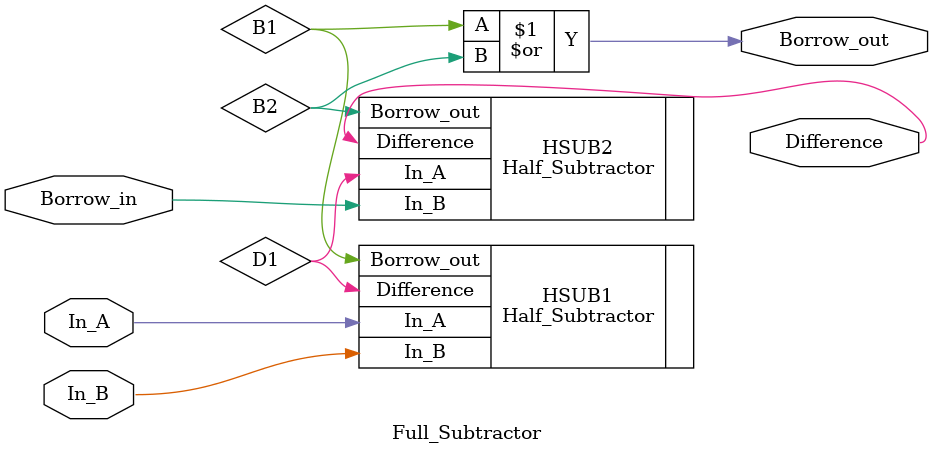
<source format=v>
`timescale 1ns / 1ps

module Full_Subtractor(
    In_A, In_B, Borrow_in, Difference, Borrow_out
    );
    input In_A, In_B, Borrow_in;
    output Difference, Borrow_out;
    wire D1, B1, B2;
    
    // implement full subtractor circuit, your code starts from here.
    // use half subtractor in this module, fulfill I/O ports connection.
    // hint: submodule module_name (
    //          .I/O_port(wire_name),
    //           ...
    //          .I/O_port(wire_name)
    //           );
    Half_Subtractor HSUB1 (
        .In_A(In_A), 
        .In_B(In_B), 
        .Difference(D1), 
        .Borrow_out(B1)
    );

    Half_Subtractor HSUB2 (
        .In_A(D1), 
        .In_B(Borrow_in), 
        .Difference(Difference), 
        .Borrow_out(B2)
    );

    or(Borrow_out, B1, B2);

endmodule

</source>
